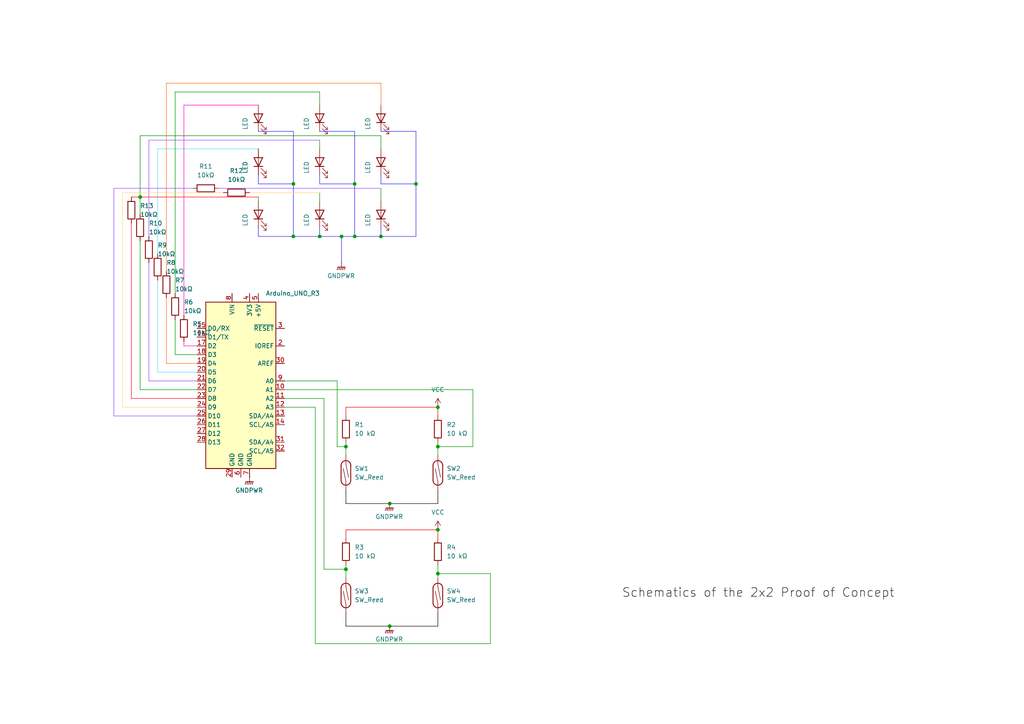
<source format=kicad_sch>
(kicad_sch (version 20250114) (generator "eeschema") (generator_version "9.0")
  (paper "A4")
  (lib_symbols
    (symbol "Device:LED" (pin_numbers (hide yes)) (pin_names (offset 1.016) (hide yes))
      (property "Reference" "D" (at 0 2.54 0))
      (property "Value" "LED" (at 0 -2.54 0))
      (symbol "LED_0_1"
        (polyline (pts (xy -3.048 -0.762) (xy -4.572 -2.286) (xy -3.81 -2.286) (xy -4.572 -2.286) (xy -4.572 -1.524)))
        (polyline (pts (xy -1.778 -0.762) (xy -3.302 -2.286) (xy -2.54 -2.286) (xy -3.302 -2.286) (xy -3.302 -1.524)))
        (polyline (pts (xy -1.27 0) (xy 1.27 0)))
        (polyline (pts (xy -1.27 -1.27) (xy -1.27 1.27)) (stroke (width 0.254)))
        (polyline (pts (xy 1.27 -1.27) (xy 1.27 1.27) (xy -1.27 0) (xy 1.27 -1.27)) (stroke (width 0.254)))
      )
      (symbol "LED_1_1"
        (pin passive line (at -3.81 0 0) (length 2.54) (name "K") (number "1"))
        (pin passive line (at 3.81 0 180) (length 2.54) (name "A") (number "2"))
      )
    )
    (symbol "Device:R" (pin_numbers (hide yes)) (pin_names (offset 0))
      (property "Reference" "R" (at 2.032 0 90))
      (property "Value" "R" (at 0 0 90))
      (symbol "R_0_1"
        (rectangle (start -1.016 -2.54) (end 1.016 2.54) (stroke (width 0.254)))
      )
      (symbol "R_1_1"
        (pin passive line (at 0 3.81 270) (length 1.27) (name "~") (number "1"))
        (pin passive line (at 0 -3.81 90) (length 1.27) (name "~") (number "2"))
      )
    )
    (symbol "MCU_Module:Arduino_UNO_R3"
      (property "Reference" "A" (at -10.16 23.495 0))
      (property "Value" "Arduino_UNO_R3" (at 5.08 -26.67 0))
      (symbol "Arduino_UNO_R3_0_1"
        (rectangle (start -10.16 22.86) (end 10.16 -25.4) (stroke (width 0.254)) (fill (type background)))
      )
      (symbol "Arduino_UNO_R3_1_1"
        (pin bidirectional line (at -12.7 15.24 0) (length 2.54) (name "D0/RX") (number "15"))
        (pin bidirectional line (at -12.7 12.7 0) (length 2.54) (name "D1/TX") (number "16"))
        (pin bidirectional line (at -12.7 10.16 0) (length 2.54) (name "D2") (number "17"))
        (pin bidirectional line (at -12.7 7.62 0) (length 2.54) (name "D3") (number "18"))
        (pin bidirectional line (at -12.7 5.08 0) (length 2.54) (name "D4") (number "19"))
        (pin bidirectional line (at -12.7 2.54 0) (length 2.54) (name "D5") (number "20"))
        (pin bidirectional line (at -12.7 0 0) (length 2.54) (name "D6") (number "21"))
        (pin bidirectional line (at -12.7 -2.54 0) (length 2.54) (name "D7") (number "22"))
        (pin bidirectional line (at -12.7 -5.08 0) (length 2.54) (name "D8") (number "23"))
        (pin bidirectional line (at -12.7 -7.62 0) (length 2.54) (name "D9") (number "24"))
        (pin bidirectional line (at -12.7 -10.16 0) (length 2.54) (name "D10") (number "25"))
        (pin bidirectional line (at -12.7 -12.7 0) (length 2.54) (name "D11") (number "26"))
        (pin bidirectional line (at -12.7 -15.24 0) (length 2.54) (name "D12") (number "27"))
        (pin bidirectional line (at -12.7 -17.78 0) (length 2.54) (name "D13") (number "28"))
        (pin no_connect line (at -10.16 -20.32 0) (length 2.54) (hide yes) (name "NC") (number "1"))
        (pin power_in line (at -2.54 25.4 270) (length 2.54) (name "VIN") (number "8"))
        (pin power_in line (at -2.54 -27.94 90) (length 2.54) (name "GND") (number "29"))
        (pin power_in line (at 0 -27.94 90) (length 2.54) (name "GND") (number "6"))
        (pin power_out line (at 2.54 25.4 270) (length 2.54) (name "3V3") (number "4"))
        (pin power_in line (at 2.54 -27.94 90) (length 2.54) (name "GND") (number "7"))
        (pin power_out line (at 5.08 25.4 270) (length 2.54) (name "+5V") (number "5"))
        (pin input line (at 12.7 15.24 180) (length 2.54) (name "~{RESET}") (number "3"))
        (pin output line (at 12.7 10.16 180) (length 2.54) (name "IOREF") (number "2"))
        (pin input line (at 12.7 5.08 180) (length 2.54) (name "AREF") (number "30"))
        (pin bidirectional line (at 12.7 0 180) (length 2.54) (name "A0") (number "9"))
        (pin bidirectional line (at 12.7 -2.54 180) (length 2.54) (name "A1") (number "10"))
        (pin bidirectional line (at 12.7 -5.08 180) (length 2.54) (name "A2") (number "11"))
        (pin bidirectional line (at 12.7 -7.62 180) (length 2.54) (name "A3") (number "12"))
        (pin bidirectional line (at 12.7 -10.16 180) (length 2.54) (name "SDA/A4") (number "13"))
        (pin bidirectional line (at 12.7 -12.7 180) (length 2.54) (name "SCL/A5") (number "14"))
        (pin bidirectional line (at 12.7 -17.78 180) (length 2.54) (name "SDA/A4") (number "31"))
        (pin bidirectional line (at 12.7 -20.32 180) (length 2.54) (name "SCL/A5") (number "32"))
      )
    )
    (symbol "Switch:SW_Reed" (pin_numbers (hide yes)) (pin_names (offset 0) (hide yes))
      (property "Reference" "SW" (at 0 2.54 0))
      (property "Value" "SW_Reed" (at 0 -2.54 0))
      (symbol "SW_Reed_0_0"
        (polyline (pts (xy -2.54 0) (xy 1.27 0.762)))
        (polyline (pts (xy -2.159 -1.397) (xy 2.286 -1.397)) (stroke (width 0.254)))
        (arc (start -2.159 -1.397) (mid -3.55 0) (end -2.159 1.397) (stroke (width 0.254)))
        (arc (start 2.159 1.397) (mid 3.55 0) (end 2.159 -1.397) (stroke (width 0.254)))
        (polyline (pts (xy 2.159 1.397) (xy -2.159 1.397)) (stroke (width 0.254)))
        (polyline (pts (xy 2.54 0) (xy -1.27 -0.762)))
      )
      (symbol "SW_Reed_1_1"
        (pin passive line (at -5.08 0 0) (length 2.54) (name "1") (number "1"))
        (pin passive line (at 5.08 0 180) (length 2.54) (name "2") (number "2"))
      )
    )
    (symbol "power:GNDPWR" (power) (pin_numbers (hide yes)) (pin_names (offset 0) (hide yes))
      (property "Value" "GNDPWR" (at 0 -3.302 0))
      (symbol "GNDPWR_0_1"
        (polyline (pts (xy -1.016 -1.27) (xy -1.27 -2.032) (xy -1.27 -2.032)) (stroke (width 0.2032)))
        (polyline (pts (xy -0.508 -1.27) (xy -0.762 -2.032) (xy -0.762 -2.032)) (stroke (width 0.2032)))
        (polyline (pts (xy 0 -1.27) (xy 0 0)))
        (polyline (pts (xy 0 -1.27) (xy -0.254 -2.032) (xy -0.254 -2.032)) (stroke (width 0.2032)))
        (polyline (pts (xy 0.508 -1.27) (xy 0.254 -2.032) (xy 0.254 -2.032)) (stroke (width 0.2032)))
        (polyline (pts (xy 1.016 -1.27) (xy -1.016 -1.27) (xy -1.016 -1.27)) (stroke (width 0.2032)))
        (polyline (pts (xy 1.016 -1.27) (xy 0.762 -2.032) (xy 0.762 -2.032) (xy 0.762 -2.032)) (stroke (width 0.2032)))
      )
      (symbol "GNDPWR_1_1"
        (pin power_in line (at 0 0 270) (length 0) (name "~") (number "1"))
      )
    )
    (symbol "power:VCC" (power) (pin_numbers (hide yes)) (pin_names (offset 0) (hide yes))
      (property "Value" "VCC" (at 0 3.556 0))
      (symbol "VCC_0_1"
        (polyline (pts (xy -0.762 1.27) (xy 0 2.54)))
        (polyline (pts (xy 0 2.54) (xy 0.762 1.27)))
        (polyline (pts (xy 0 0) (xy 0 2.54)))
      )
      (symbol "VCC_1_1"
        (pin power_in line (at 0 0 90) (length 0) (name "~") (number "1"))
      )
    )
  )
  (junction (at 102.87 68.58))
  (junction (at 99.06 68.58))
  (junction (at 85.09 53.34))
  (junction (at 120.65 53.34))
  (junction (at 92.71 68.58))
  (junction (at 127 166.37))
  (junction (at 127 118.11))
  (junction (at 113.03 181.61))
  (junction (at 127 129.54))
  (junction (at 100.33 129.54))
  (junction (at 40.64 57.15))
  (junction (at 85.09 68.58))
  (junction (at 127 153.67))
  (junction (at 100.33 165.1))
  (junction (at 110.49 68.58))
  (junction (at 102.87 53.34))
  (junction (at 113.03 146.05))
  (wire (pts (xy 53.34 99.06) (xy 53.34 100.33)) (stroke (width 0) (color 255 0 207 1)))
  (wire (pts (xy 110.49 58.42) (xy 110.49 54.61)))
  (wire (pts (xy 50.8 26.67) (xy 50.8 85.09)))
  (wire (pts (xy 102.87 38.1) (xy 102.87 53.34)) (stroke (width 0) (color 42 31 255 1)))
  (wire (pts (xy 48.26 86.36) (xy 48.26 105.41)) (stroke (width 0) (color 255 110 19 1)))
  (wire (pts (xy 100.33 129.54) (xy 100.33 132.08)))
  (wire (pts (xy 74.93 57.15) (xy 40.64 57.15)) (stroke (width 0) (color 255 3 27 1)))
  (wire (pts (xy 74.93 53.34) (xy 74.93 50.8)) (stroke (width 0) (color 42 31 255 1)))
  (wire (pts (xy 99.06 68.58) (xy 92.71 68.58)) (stroke (width 0) (color 42 31 255 1)))
  (wire (pts (xy 85.09 38.1) (xy 85.09 53.34)) (stroke (width 0) (color 42 31 255 1)))
  (wire (pts (xy 120.65 53.34) (xy 110.49 53.34)) (stroke (width 0) (color 42 31 255 1)))
  (wire (pts (xy 110.49 68.58) (xy 110.49 66.04)) (stroke (width 0) (color 42 31 255 1)))
  (wire (pts (xy 33.02 120.65) (xy 57.15 120.65)) (stroke (width 0) (color 151 69 255 1)))
  (wire (pts (xy 127 142.24) (xy 127 146.05)) (stroke (width 0) (color 12 0 0 1)))
  (wire (pts (xy 92.71 58.42) (xy 92.71 55.88)))
  (wire (pts (xy 100.33 146.05) (xy 113.03 146.05)) (stroke (width 0) (color 12 0 0 1)))
  (wire (pts (xy 100.33 153.67) (xy 127 153.67)) (stroke (width 0) (color 235 0 0 1)))
  (wire (pts (xy 142.24 186.69) (xy 91.44 186.69)))
  (wire (pts (xy 53.34 100.33) (xy 57.15 100.33)) (stroke (width 0) (color 255 0 207 1)))
  (wire (pts (xy 43.18 76.2) (xy 43.18 110.49)) (stroke (width 0) (color 146 71 255 1)))
  (wire (pts (xy 85.09 68.58) (xy 74.93 68.58)) (stroke (width 0) (color 42 31 255 1)))
  (wire (pts (xy 93.98 165.1) (xy 93.98 115.57)))
  (wire (pts (xy 127 129.54) (xy 127 132.08)))
  (wire (pts (xy 137.16 129.54) (xy 137.16 113.03)))
  (wire (pts (xy 102.87 68.58) (xy 99.06 68.58)) (stroke (width 0) (color 42 31 255 1)))
  (wire (pts (xy 92.71 43.18) (xy 92.71 40.64)))
  (wire (pts (xy 113.03 146.05) (xy 127 146.05)) (stroke (width 0) (color 12 0 0 1)))
  (wire (pts (xy 35.56 55.88) (xy 35.56 118.11)) (stroke (width 0) (color 255 216 104 1)))
  (wire (pts (xy 85.09 53.34) (xy 74.93 53.34)) (stroke (width 0) (color 42 31 255 1)))
  (wire (pts (xy 91.44 118.11) (xy 82.55 118.11)))
  (wire (pts (xy 64.77 55.88) (xy 35.56 55.88)) (stroke (width 0) (color 255 216 104 1)))
  (wire (pts (xy 92.71 30.48) (xy 92.71 26.67)))
  (wire (pts (xy 92.71 68.58) (xy 92.71 66.04)) (stroke (width 0) (color 42 31 255 1)))
  (wire (pts (xy 74.93 38.1) (xy 85.09 38.1)) (stroke (width 0) (color 42 31 255 1)))
  (wire (pts (xy 100.33 181.61) (xy 113.03 181.61)) (stroke (width 0) (color 12 0 0 1)))
  (wire (pts (xy 92.71 26.67) (xy 50.8 26.67)))
  (wire (pts (xy 33.02 54.61) (xy 33.02 120.65)) (stroke (width 0) (color 151 69 255 1)))
  (wire (pts (xy 92.71 53.34) (xy 92.71 50.8)) (stroke (width 0) (color 42 31 255 1)))
  (wire (pts (xy 48.26 105.41) (xy 57.15 105.41)) (stroke (width 0) (color 255 110 19 1)))
  (wire (pts (xy 100.33 165.1) (xy 93.98 165.1)))
  (wire (pts (xy 43.18 110.49) (xy 57.15 110.49)) (stroke (width 0) (color 146 71 255 1)))
  (wire (pts (xy 110.49 53.34) (xy 110.49 50.8)) (stroke (width 0) (color 42 31 255 1)))
  (wire (pts (xy 53.34 30.48) (xy 53.34 91.44)) (stroke (width 0) (color 255 0 207 1)))
  (wire (pts (xy 85.09 53.34) (xy 85.09 68.58)) (stroke (width 0) (color 42 31 255 1)))
  (wire (pts (xy 120.65 38.1) (xy 120.65 53.34)) (stroke (width 0) (color 42 31 255 1)))
  (wire (pts (xy 93.98 115.57) (xy 82.55 115.57)))
  (wire (pts (xy 55.88 54.61) (xy 33.02 54.61)) (stroke (width 0) (color 151 69 255 1)))
  (wire (pts (xy 127 166.37) (xy 142.24 166.37)))
  (wire (pts (xy 40.64 57.15) (xy 38.1 57.15)) (stroke (width 0) (color 255 3 27 1)))
  (wire (pts (xy 99.06 68.58) (xy 99.06 76.2)) (stroke (width 0) (color 42 31 255 1)))
  (wire (pts (xy 74.93 43.18) (xy 45.72 43.18)) (stroke (width 0) (color 87 219 255 1)))
  (wire (pts (xy 40.64 113.03) (xy 57.15 113.03)))
  (wire (pts (xy 127 153.67) (xy 127 156.21)) (stroke (width 0) (color 235 0 0 1)))
  (wire (pts (xy 92.71 55.88) (xy 72.39 55.88)) (stroke (width 0) (color 255 216 104 1)))
  (wire (pts (xy 100.33 128.27) (xy 100.33 129.54)))
  (wire (pts (xy 110.49 43.18) (xy 110.49 39.37)))
  (wire (pts (xy 50.8 92.71) (xy 50.8 102.87)))
  (wire (pts (xy 100.33 118.11) (xy 127 118.11)) (stroke (width 0) (color 235 0 0 1)))
  (wire (pts (xy 102.87 53.34) (xy 102.87 68.58)) (stroke (width 0) (color 42 31 255 1)))
  (wire (pts (xy 100.33 165.1) (xy 100.33 167.64)))
  (wire (pts (xy 97.79 110.49) (xy 82.55 110.49)))
  (wire (pts (xy 45.72 43.18) (xy 45.72 73.66)) (stroke (width 0) (color 87 219 255 1)))
  (wire (pts (xy 113.03 181.61) (xy 127 181.61)) (stroke (width 0) (color 12 0 0 1)))
  (wire (pts (xy 100.33 177.8) (xy 100.33 181.61)) (stroke (width 0) (color 12 0 0 1)))
  (wire (pts (xy 110.49 30.48) (xy 110.49 24.13)) (stroke (width 0) (color 255 110 19 1)))
  (wire (pts (xy 120.65 53.34) (xy 120.65 68.58)) (stroke (width 0) (color 42 31 255 1)))
  (wire (pts (xy 92.71 38.1) (xy 102.87 38.1)) (stroke (width 0) (color 42 31 255 1)))
  (wire (pts (xy 43.18 40.64) (xy 43.18 68.58)) (stroke (width 0) (color 146 71 255 1)))
  (wire (pts (xy 120.65 68.58) (xy 110.49 68.58)) (stroke (width 0) (color 42 31 255 1)))
  (wire (pts (xy 45.72 81.28) (xy 45.72 107.95)) (stroke (width 0) (color 87 219 255 1)))
  (wire (pts (xy 74.93 30.48) (xy 53.34 30.48)) (stroke (width 0) (color 255 0 207 1)))
  (wire (pts (xy 48.26 24.13) (xy 48.26 78.74)) (stroke (width 0) (color 255 110 19 1)))
  (wire (pts (xy 45.72 107.95) (xy 57.15 107.95)) (stroke (width 0) (color 87 219 255 1)))
  (wire (pts (xy 110.49 54.61) (xy 63.5 54.61)) (stroke (width 0) (color 151 69 255 1)))
  (wire (pts (xy 100.33 153.67) (xy 100.33 156.21)) (stroke (width 0) (color 235 0 0 1)))
  (wire (pts (xy 127 166.37) (xy 127 167.64)))
  (wire (pts (xy 127 129.54) (xy 137.16 129.54)))
  (wire (pts (xy 100.33 142.24) (xy 100.33 146.05)) (stroke (width 0) (color 12 0 0 1)))
  (wire (pts (xy 102.87 68.58) (xy 110.49 68.58)) (stroke (width 0) (color 42 31 255 1)))
  (wire (pts (xy 40.64 69.85) (xy 40.64 113.03)))
  (wire (pts (xy 91.44 186.69) (xy 91.44 118.11)))
  (wire (pts (xy 100.33 118.11) (xy 100.33 120.65)) (stroke (width 0) (color 235 0 0 1)))
  (wire (pts (xy 97.79 129.54) (xy 97.79 110.49)))
  (wire (pts (xy 92.71 40.64) (xy 43.18 40.64)) (stroke (width 0) (color 146 71 255 1)))
  (wire (pts (xy 110.49 39.37) (xy 40.64 39.37)))
  (wire (pts (xy 74.93 68.58) (xy 74.93 66.04)) (stroke (width 0) (color 42 31 255 1)))
  (wire (pts (xy 142.24 166.37) (xy 142.24 186.69)))
  (wire (pts (xy 38.1 64.77) (xy 38.1 115.57)) (stroke (width 0) (color 255 3 27 1)))
  (wire (pts (xy 35.56 118.11) (xy 57.15 118.11)) (stroke (width 0) (color 255 216 104 1)))
  (wire (pts (xy 137.16 113.03) (xy 82.55 113.03)))
  (wire (pts (xy 100.33 129.54) (xy 97.79 129.54)))
  (wire (pts (xy 127 177.8) (xy 127 181.61)) (stroke (width 0) (color 12 0 0 1)))
  (wire (pts (xy 40.64 39.37) (xy 40.64 57.15)))
  (wire (pts (xy 110.49 24.13) (xy 48.26 24.13)) (stroke (width 0) (color 255 110 19 1)))
  (wire (pts (xy 50.8 102.87) (xy 57.15 102.87)))
  (wire (pts (xy 127 118.11) (xy 127 120.65)) (stroke (width 0) (color 235 0 0 1)))
  (wire (pts (xy 102.87 53.34) (xy 92.71 53.34)) (stroke (width 0) (color 42 31 255 1)))
  (wire (pts (xy 100.33 163.83) (xy 100.33 165.1)))
  (wire (pts (xy 38.1 115.57) (xy 57.15 115.57)) (stroke (width 0) (color 255 3 27 1)))
  (wire (pts (xy 110.49 38.1) (xy 120.65 38.1)) (stroke (width 0) (color 42 31 255 1)))
  (wire (pts (xy 85.09 68.58) (xy 92.71 68.58)) (stroke (width 0) (color 42 31 255 1)))
  (wire (pts (xy 127 163.83) (xy 127 166.37)))
  (wire (pts (xy 74.93 58.42) (xy 74.93 57.15)))
  (wire (pts (xy 40.64 62.23) (xy 40.64 57.15)))
  (wire (pts (xy 127 128.27) (xy 127 129.54)))
  (label "Schematics of the 2x2 Proof of Concept" (at 180.34 173.99 0) (effects (font (size 2.54 2.54))))
  (symbol (lib_id "power:VCC") (at 127 153.67 0) (unit 1)
    (property "Reference" "#PWR03" (effects (hide yes)))
    (property "Value" "VCC" (at 127 148.59 0))
    (property "Description" "Power symbol creates a global label with name \"VCC\"" (effects (hide yes)))
  )
  (symbol (lib_id "Device:LED") (at 110.49 46.99 90) (unit 1)
    (property "Reference" "D52" (effects (hide yes)))
    (property "Value" "LED" (at 106.68 48.5775 0))
    (property "Description" "Light emitting diode" (effects (hide yes)))
    (property "Sim.Pins" "1=K 2=A" (effects (hide yes)))
  )
  (symbol (lib_id "Device:R") (at 43.18 72.39 0) (unit 1)
    (property "Reference" "R9" (at 45.72 71.1199 0) (effects (justify left)))
    (property "Value" "10kΩ" (at 45.72 73.6599 0) (effects (justify left)))
    (property "Description" "Resistor" (effects (hide yes)))
  )
  (symbol (lib_id "Switch:SW_Reed") (at 100.33 137.16 90) (unit 1)
    (property "Reference" "SW1" (at 102.87 135.8899 90) (effects (justify right)))
    (property "Value" "SW_Reed" (at 102.87 138.4299 90) (effects (justify right)))
    (property "Description" "reed switch" (effects (hide yes)))
  )
  (symbol (lib_id "power:GNDPWR") (at 113.03 146.05 0) (unit 1)
    (property "Reference" "#PWR02" (effects (hide yes)))
    (property "Value" "GNDPWR" (at 112.903 149.86 0))
    (property "Description" "Power symbol creates a global label with name \"GNDPWR\" , global ground" (effects (hide yes)))
  )
  (symbol (lib_id "Device:R") (at 53.34 95.25 0) (unit 1)
    (property "Reference" "R5" (at 55.88 93.9799 0) (effects (justify left)))
    (property "Value" "10kΩ" (at 55.88 96.5199 0) (effects (justify left)))
    (property "Description" "Resistor" (effects (hide yes)))
  )
  (symbol (lib_id "power:GNDPWR") (at 99.06 76.2 0) (unit 1)
    (property "Reference" "#PWR05" (effects (hide yes)))
    (property "Value" "GNDPWR" (at 98.933 80.01 0))
    (property "Description" "Power symbol creates a global label with name \"GNDPWR\" , global ground" (effects (hide yes)))
  )
  (symbol (lib_id "Device:LED") (at 92.71 34.29 90) (unit 1)
    (property "Reference" "D61" (effects (hide yes)))
    (property "Value" "LED" (at 88.9 35.8775 0))
    (property "Description" "Light emitting diode" (effects (hide yes)))
    (property "Sim.Pins" "1=K 2=A" (effects (hide yes)))
  )
  (symbol (lib_id "MCU_Module:Arduino_UNO_R3") (at 69.85 110.49 0) (unit 1)
    (property "Reference" "A1" (effects (hide yes)))
    (property "Value" "Arduino_UNO_R3" (at 77.0733 85.09 0) (effects (justify left)))
    (property "Footprint" "Module:Arduino_UNO_R3" (effects (hide yes)))
    (property "Datasheet" "https://www.arduino.cc/en/Main/arduinoBoardUno" (effects (hide yes)))
    (property "Description" "Arduino UNO Microcontroller Module, release 3" (effects (hide yes)))
  )
  (symbol (lib_id "Device:R") (at 100.33 124.46 0) (unit 1)
    (property "Reference" "R1" (at 102.87 123.1899 0) (effects (justify left)))
    (property "Value" "10 kΩ" (at 102.87 125.7299 0) (effects (justify left)))
    (property "Description" "Resistor" (effects (hide yes)))
  )
  (symbol (lib_id "Device:LED") (at 92.71 46.99 90) (unit 1)
    (property "Reference" "D62" (effects (hide yes)))
    (property "Value" "LED" (at 88.9 48.5775 0))
    (property "Description" "Light emitting diode" (effects (hide yes)))
    (property "Sim.Pins" "1=K 2=A" (effects (hide yes)))
  )
  (symbol (lib_id "power:GNDPWR") (at 113.03 181.61 0) (unit 1)
    (property "Reference" "#PWR01" (effects (hide yes)))
    (property "Value" "GNDPWR" (at 112.903 185.42 0))
    (property "Description" "Power symbol creates a global label with name \"GNDPWR\" , global ground" (effects (hide yes)))
  )
  (symbol (lib_id "Device:R") (at 45.72 77.47 0) (unit 1)
    (property "Reference" "R8" (at 48.26 76.1999 0) (effects (justify left)))
    (property "Value" "10kΩ" (at 48.26 78.7399 0) (effects (justify left)))
    (property "Description" "Resistor" (effects (hide yes)))
  )
  (symbol (lib_id "Switch:SW_Reed") (at 127 172.72 90) (unit 1)
    (property "Reference" "SW4" (at 129.54 171.4499 90) (effects (justify right)))
    (property "Value" "SW_Reed" (at 129.54 173.9899 90) (effects (justify right)))
    (property "Description" "reed switch" (effects (hide yes)))
  )
  (symbol (lib_id "Device:R") (at 50.8 88.9 0) (unit 1)
    (property "Reference" "R6" (at 53.34 87.6299 0) (effects (justify left)))
    (property "Value" "10kΩ" (at 53.34 90.1699 0) (effects (justify left)))
    (property "Description" "Resistor" (effects (hide yes)))
  )
  (symbol (lib_id "Switch:SW_Reed") (at 100.33 172.72 90) (unit 1)
    (property "Reference" "SW3" (at 102.87 171.4499 90) (effects (justify right)))
    (property "Value" "SW_Reed" (at 102.87 173.9899 90) (effects (justify right)))
    (property "Description" "reed switch" (effects (hide yes)))
  )
  (symbol (lib_id "power:GNDPWR") (at 72.39 138.43 0) (unit 1)
    (property "Reference" "#PWR06" (effects (hide yes)))
    (property "Value" "GNDPWR" (at 72.263 142.24 0))
    (property "Description" "Power symbol creates a global label with name \"GNDPWR\" , global ground" (effects (hide yes)))
  )
  (symbol (lib_id "Device:R") (at 68.58 55.88 90) (unit 1)
    (property "Reference" "R12" (at 68.58 49.53 90))
    (property "Value" "10kΩ" (at 68.58 52.07 90))
    (property "Description" "Resistor" (effects (hide yes)))
  )
  (symbol (lib_id "Device:R") (at 48.26 82.55 0) (unit 1)
    (property "Reference" "R7" (at 50.8 81.2799 0) (effects (justify left)))
    (property "Value" "10kΩ" (at 50.8 83.8199 0) (effects (justify left)))
    (property "Description" "Resistor" (effects (hide yes)))
  )
  (symbol (lib_id "Device:R") (at 100.33 160.02 0) (unit 1)
    (property "Reference" "R3" (at 102.87 158.7499 0) (effects (justify left)))
    (property "Value" "10 kΩ" (at 102.87 161.2899 0) (effects (justify left)))
    (property "Description" "Resistor" (effects (hide yes)))
  )
  (symbol (lib_id "Device:LED") (at 74.93 34.29 90) (unit 1)
    (property "Reference" "D71" (effects (hide yes)))
    (property "Value" "LED" (at 71.12 35.8775 0))
    (property "Description" "Light emitting diode" (effects (hide yes)))
    (property "Sim.Pins" "1=K 2=A" (effects (hide yes)))
  )
  (symbol (lib_id "Device:LED") (at 110.49 34.29 90) (unit 1)
    (property "Reference" "D50" (effects (hide yes)))
    (property "Value" "LED" (at 106.68 35.8775 0))
    (property "Description" "Light emitting diode" (effects (hide yes)))
    (property "Sim.Pins" "1=K 2=A" (effects (hide yes)))
  )
  (symbol (lib_id "Device:R") (at 40.64 66.04 0) (unit 1)
    (property "Reference" "R10" (at 43.18 64.7699 0) (effects (justify left)))
    (property "Value" "10kΩ" (at 43.18 67.3099 0) (effects (justify left)))
    (property "Description" "Resistor" (effects (hide yes)))
  )
  (symbol (lib_id "Device:LED") (at 110.49 62.23 90) (unit 1)
    (property "Reference" "D53" (effects (hide yes)))
    (property "Value" "LED" (at 106.68 63.8175 0))
    (property "Description" "Light emitting diode" (effects (hide yes)))
    (property "Sim.Pins" "1=K 2=A" (effects (hide yes)))
  )
  (symbol (lib_id "Device:R") (at 127 124.46 0) (unit 1)
    (property "Reference" "R2" (at 129.54 123.1899 0) (effects (justify left)))
    (property "Value" "10 kΩ" (at 129.54 125.7299 0) (effects (justify left)))
    (property "Description" "Resistor" (effects (hide yes)))
  )
  (symbol (lib_id "Device:R") (at 59.69 54.61 90) (unit 1)
    (property "Reference" "R11" (at 59.69 48.26 90))
    (property "Value" "10kΩ" (at 59.69 50.8 90))
    (property "Description" "Resistor" (effects (hide yes)))
  )
  (symbol (lib_id "power:VCC") (at 127 118.11 0) (unit 1)
    (property "Reference" "#PWR04" (effects (hide yes)))
    (property "Value" "VCC" (at 127 113.03 0))
    (property "Description" "Power symbol creates a global label with name \"VCC\"" (effects (hide yes)))
  )
  (symbol (lib_id "Device:LED") (at 74.93 46.99 90) (unit 1)
    (property "Reference" "D72" (effects (hide yes)))
    (property "Value" "LED" (at 71.12 48.5775 0))
    (property "Description" "Light emitting diode" (effects (hide yes)))
    (property "Sim.Pins" "1=K 2=A" (effects (hide yes)))
  )
  (symbol (lib_id "Switch:SW_Reed") (at 127 137.16 90) (unit 1)
    (property "Reference" "SW2" (at 129.54 135.8899 90) (effects (justify right)))
    (property "Value" "SW_Reed" (at 129.54 138.4299 90) (effects (justify right)))
    (property "Description" "reed switch" (effects (hide yes)))
  )
  (symbol (lib_id "Device:R") (at 127 160.02 0) (unit 1)
    (property "Reference" "R4" (at 129.54 158.7499 0) (effects (justify left)))
    (property "Value" "10 kΩ" (at 129.54 161.2899 0) (effects (justify left)))
    (property "Description" "Resistor" (effects (hide yes)))
  )
  (symbol (lib_id "Device:LED") (at 92.71 62.23 90) (unit 1)
    (property "Reference" "D63" (effects (hide yes)))
    (property "Value" "LED" (at 88.9 63.8175 0))
    (property "Description" "Light emitting diode" (effects (hide yes)))
    (property "Sim.Pins" "1=K 2=A" (effects (hide yes)))
  )
  (symbol (lib_id "Device:R") (at 38.1 60.96 180) (unit 1)
    (property "Reference" "R13" (at 40.64 59.6899 0) (effects (justify right)))
    (property "Value" "10kΩ" (at 40.64 62.2299 0) (effects (justify right)))
    (property "Description" "Resistor" (effects (hide yes)))
  )
  (symbol (lib_id "Device:LED") (at 74.93 62.23 90) (unit 1)
    (property "Reference" "D73" (effects (hide yes)))
    (property "Value" "LED" (at 71.12 63.8175 0))
    (property "Description" "Light emitting diode" (effects (hide yes)))
    (property "Sim.Pins" "1=K 2=A" (effects (hide yes)))
  )
)
</source>
